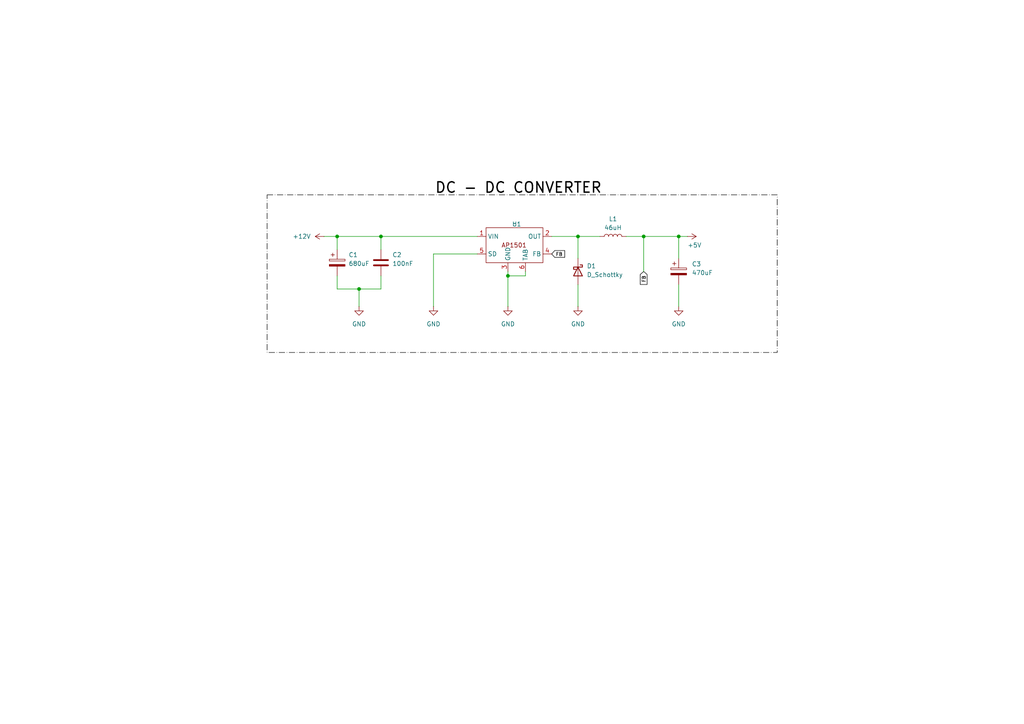
<source format=kicad_sch>
(kicad_sch (version 20231120) (generator "eeschema") (generator_version "8.0")
  (paper "A4")
  (lib_symbols
    (symbol "Device:C" (pin_numbers hide) (pin_names (offset 0.254))
      (property "Reference" "C" (at 0.635 2.54 0))
      (property "Value" "C" (at 0.635 -2.54 0))
      (symbol "C_0_1"
        (polyline (pts (xy -2.032 -0.762) (xy 2.032 -0.762)) (stroke (width 0.508)))
        (polyline (pts (xy -2.032 0.762) (xy 2.032 0.762)) (stroke (width 0.508)))
      )
      (symbol "C_1_1"
        (pin passive line (at 0 3.81 270) (length 2.794) (name "~") (number "1"))
        (pin passive line (at 0 -3.81 90) (length 2.794) (name "~") (number "2"))
      )
    )
    (symbol "Device:C_Polarized" (pin_numbers hide) (pin_names (offset 0.254))
      (property "Reference" "C" (at 0.635 2.54 0))
      (property "Value" "C_Polarized" (at 0.635 -2.54 0))
      (symbol "C_Polarized_0_1"
        (rectangle (start -2.286 0.508) (end 2.286 1.016))
        (polyline (pts (xy -1.778 2.286) (xy -0.762 2.286)))
        (polyline (pts (xy -1.27 2.794) (xy -1.27 1.778)))
        (rectangle (start 2.286 -0.508) (end -2.286 -1.016) (fill (type outline)))
      )
      (symbol "C_Polarized_1_1"
        (pin passive line (at 0 3.81 270) (length 2.794) (name "~") (number "1"))
        (pin passive line (at 0 -3.81 90) (length 2.794) (name "~") (number "2"))
      )
    )
    (symbol "Device:D_Schottky" (pin_numbers hide) (pin_names (offset 1.016) hide)
      (property "Reference" "D" (at 0 2.54 0))
      (property "Value" "D_Schottky" (at 0 -2.54 0))
      (symbol "D_Schottky_0_1"
        (polyline (pts (xy 1.27 0) (xy -1.27 0)))
        (polyline (pts (xy 1.27 1.27) (xy 1.27 -1.27) (xy -1.27 0) (xy 1.27 1.27)) (stroke (width 0.254)))
        (polyline (pts (xy -1.905 0.635) (xy -1.905 1.27) (xy -1.27 1.27) (xy -1.27 -1.27) (xy -0.635 -1.27) (xy -0.635 -0.635)) (stroke (width 0.254)))
      )
      (symbol "D_Schottky_1_1"
        (pin passive line (at -3.81 0 0) (length 2.54) (name "K") (number "1"))
        (pin passive line (at 3.81 0 180) (length 2.54) (name "A") (number "2"))
      )
    )
    (symbol "Device:L" (pin_numbers hide) (pin_names (offset 1.016) hide)
      (property "Reference" "L" (at -1.27 0 90))
      (property "Value" "L" (at 1.905 0 90))
      (symbol "L_0_1"
        (arc (start 0 -2.54) (mid 0.6323 -1.905) (end 0 -1.27))
        (arc (start 0 -1.27) (mid 0.6323 -0.635) (end 0 0))
        (arc (start 0 0) (mid 0.6323 0.635) (end 0 1.27))
        (arc (start 0 1.27) (mid 0.6323 1.905) (end 0 2.54))
      )
      (symbol "L_1_1"
        (pin passive line (at 0 3.81 270) (length 1.27) (name "1") (number "1"))
        (pin passive line (at 0 -3.81 90) (length 1.27) (name "2") (number "2"))
      )
    )
    (symbol "SchrackThingy_library:AP1501"
      (property "Reference" "U?" (at -0.635 7.62 0))
      (property "Value" "~" (at -0.635 6.35 0))
      (symbol "AP1501_0_1"
        (rectangle (start -8.89 5.08) (end 7.62 -5.08))
      )
      (symbol "AP1501_1_1"
        (text "AP1501" (at -0.762 0 0) (effects (font (size 1.27 1.27))))
        (pin input line (at -11.43 2.54 0) (length 2.54) (name "VIN") (number "1"))
        (pin output line (at 10.16 2.54 180) (length 2.54) (name "OUT") (number "2"))
        (pin input line (at -2.54 -7.62 90) (length 2.54) (name "GND") (number "3"))
        (pin input line (at 10.16 -2.54 180) (length 2.54) (name "FB") (number "4"))
        (pin input line (at -11.43 -2.54 0) (length 2.54) (name "SD") (number "5"))
        (pin input line (at 2.54 -7.62 90) (length 2.54) (name "TAB") (number "6"))
      )
    )
    (symbol "power:+12V" (power) (pin_numbers hide) (pin_names (offset 0) hide)
      (property "Value" "+12V" (at 0 3.556 0))
      (symbol "+12V_0_1"
        (polyline (pts (xy -0.762 1.27) (xy 0 2.54)))
        (polyline (pts (xy 0 0) (xy 0 2.54)))
        (polyline (pts (xy 0 2.54) (xy 0.762 1.27)))
      )
      (symbol "+12V_1_1"
        (pin power_in line (at 0 0 90) (length 0) (name "~") (number "1"))
      )
    )
    (symbol "power:+5V" (power) (pin_numbers hide) (pin_names (offset 0) hide)
      (property "Value" "+5V" (at 0 3.556 0))
      (symbol "+5V_0_1"
        (polyline (pts (xy -0.762 1.27) (xy 0 2.54)))
        (polyline (pts (xy 0 0) (xy 0 2.54)))
        (polyline (pts (xy 0 2.54) (xy 0.762 1.27)))
      )
      (symbol "+5V_1_1"
        (pin power_in line (at 0 0 90) (length 0) (name "~") (number "1"))
      )
    )
    (symbol "power:GND" (power) (pin_numbers hide) (pin_names (offset 0) hide)
      (property "Value" "GND" (at 0 -3.81 0))
      (symbol "GND_0_1"
        (polyline (pts (xy 0 0) (xy 0 -1.27) (xy 1.27 -1.27) (xy 0 -2.54) (xy -1.27 -1.27) (xy 0 -1.27)))
      )
      (symbol "GND_1_1"
        (pin power_in line (at 0 0 270) (length 0) (name "~") (number "1"))
      )
    )
  )
  (junction (at 196.85 68.58))
  (junction (at 97.79 68.58))
  (junction (at 104.14 83.82))
  (junction (at 110.49 68.58))
  (junction (at 186.69 68.58))
  (junction (at 147.32 80.01))
  (junction (at 167.64 68.58))
  (wire (pts (xy 147.32 80.01) (xy 147.32 88.9)))
  (wire (pts (xy 125.73 73.66) (xy 125.73 88.9)))
  (wire (pts (xy 199.39 68.58) (xy 196.85 68.58)))
  (wire (pts (xy 104.14 83.82) (xy 104.14 88.9)))
  (wire (pts (xy 186.69 68.58) (xy 181.61 68.58)))
  (wire (pts (xy 110.49 68.58) (xy 110.49 72.39)))
  (wire (pts (xy 196.85 88.9) (xy 196.85 82.55)))
  (wire (pts (xy 110.49 83.82) (xy 104.14 83.82)))
  (wire (pts (xy 97.79 83.82) (xy 97.79 80.01)))
  (wire (pts (xy 196.85 68.58) (xy 186.69 68.58)))
  (wire (pts (xy 152.4 80.01) (xy 152.4 78.74)))
  (wire (pts (xy 167.64 68.58) (xy 173.99 68.58)))
  (wire (pts (xy 97.79 68.58) (xy 110.49 68.58)))
  (wire (pts (xy 125.73 73.66) (xy 138.43 73.66)))
  (wire (pts (xy 147.32 78.74) (xy 147.32 80.01)))
  (wire (pts (xy 110.49 80.01) (xy 110.49 83.82)))
  (wire (pts (xy 110.49 68.58) (xy 138.43 68.58)))
  (wire (pts (xy 167.64 88.9) (xy 167.64 82.55)))
  (wire (pts (xy 147.32 80.01) (xy 152.4 80.01)))
  (wire (pts (xy 196.85 74.93) (xy 196.85 68.58)))
  (wire (pts (xy 93.98 68.58) (xy 97.79 68.58)))
  (wire (pts (xy 186.69 68.58) (xy 186.69 78.74)))
  (wire (pts (xy 104.14 83.82) (xy 97.79 83.82)))
  (wire (pts (xy 97.79 68.58) (xy 97.79 72.39)))
  (wire (pts (xy 167.64 74.93) (xy 167.64 68.58)))
  (wire (pts (xy 160.02 68.58) (xy 167.64 68.58)))
  (rectangle (start 77.47 56.515) (end 225.425 102.235) (stroke (width 0) (type dash_dot) (color 0 0 0 1)))
  (text "DC - DC CONVERTER" (at 150.368 54.61 0) (effects (font (size 3 3) (thickness 0.4) (bold yes))))
  (global_label "FB" (shape input) (at 186.69 78.74 270) (effects (font (size 1 1))) (property "Intersheetrefs" "${INTERSHEET_REFS}" (effects (hide yes))))
  (global_label "FB" (shape input) (at 160.02 73.66 0) (effects (font (size 1 1))) (property "Intersheetrefs" "${INTERSHEET_REFS}" (effects (hide yes))))
  (symbol (lib_id "Device:C") (at 110.49 76.2 0) (unit 1)
    (property "Reference" "C2" (at 113.792 73.914 0) (effects (justify left)))
    (property "Value" "100nF" (at 113.792 76.454 0) (effects (justify left)))
    (property "Footprint" "Capacitor_SMD:C_0805_2012Metric_Pad1.18x1.45mm_HandSolder" (effects (hide yes)))
    (property "Description" "Unpolarized capacitor" (effects (hide yes)))
  )
  (symbol (lib_id "power:GND") (at 104.14 88.9 0) (unit 1)
    (property "Reference" "#PWR011" (effects (hide yes)))
    (property "Value" "GND" (at 104.14 93.98 0))
    (property "Description" "Power symbol creates a global label with name \"GND\" , ground" (effects (hide yes)))
  )
  (symbol (lib_id "power:GND") (at 125.73 88.9 0) (unit 1)
    (property "Reference" "#PWR012" (effects (hide yes)))
    (property "Value" "GND" (at 125.73 93.98 0))
    (property "Description" "Power symbol creates a global label with name \"GND\" , ground" (effects (hide yes)))
  )
  (symbol (lib_id "power:+5V") (at 199.39 68.58 270) (unit 1)
    (property "Reference" "#PWR016" (effects (hide yes)))
    (property "Value" "+5V" (at 199.39 71.12 90) (effects (justify left)))
    (property "Description" "Power symbol creates a global label with name \"+5V\"" (effects (hide yes)))
  )
  (symbol (lib_id "SchrackThingy_library:AP1501") (at 149.86 71.12 0) (unit 1)
    (property "Reference" "U1" (at 149.86 65.024 0))
    (property "Value" "~" (at 149.225 64.77 0))
    (property "Footprint" "Package_TO_SOT_SMD:TO-263-5_TabPin6" (effects (hide yes)))
  )
  (symbol (lib_id "Device:C_Polarized") (at 196.85 78.74 0) (unit 1)
    (property "Reference" "C3" (at 200.66 76.5809 0) (effects (justify left)))
    (property "Value" "470uF" (at 200.66 79.1209 0) (effects (justify left)))
    (property "Footprint" "Capacitor_SMD:CP_Elec_10x12.5" (effects (hide yes)))
    (property "Description" "Polarized capacitor" (effects (hide yes)))
  )
  (symbol (lib_id "Device:C_Polarized") (at 97.79 76.2 0) (unit 1)
    (property "Reference" "C1" (at 101.092 73.914 0) (effects (justify left)))
    (property "Value" "680uF" (at 101.092 76.454 0) (effects (justify left)))
    (property "Footprint" "SchrackThingyV2_library:12.5mm_cap" (effects (hide yes)))
    (property "Description" "Polarized capacitor" (effects (hide yes)))
  )
  (symbol (lib_id "Device:L") (at 177.8 68.58 90) (unit 1)
    (property "Reference" "L1" (at 177.8 63.5 90))
    (property "Value" "46uH" (at 177.8 66.04 90))
    (property "Footprint" "Inductor_SMD:L_12x12mm_H8mm" (effects (hide yes)))
    (property "Description" "Inductor" (effects (hide yes)))
  )
  (symbol (lib_id "Device:D_Schottky") (at 167.64 78.74 270) (unit 1)
    (property "Reference" "D1" (at 170.18 77.1524 90) (effects (justify left)))
    (property "Value" "D_Schottky" (at 170.18 79.6924 90) (effects (justify left)))
    (property "Footprint" "Diode_SMD:D_1206_3216Metric_Pad1.42x1.75mm_HandSolder" (effects (hide yes)))
    (property "Description" "Schottky diode" (effects (hide yes)))
  )
  (symbol (lib_id "power:GND") (at 147.32 88.9 0) (unit 1)
    (property "Reference" "#PWR013" (effects (hide yes)))
    (property "Value" "GND" (at 147.32 93.98 0))
    (property "Description" "Power symbol creates a global label with name \"GND\" , ground" (effects (hide yes)))
  )
  (symbol (lib_id "power:GND") (at 167.64 88.9 0) (unit 1)
    (property "Reference" "#PWR014" (effects (hide yes)))
    (property "Value" "GND" (at 167.64 93.98 0))
    (property "Description" "Power symbol creates a global label with name \"GND\" , ground" (effects (hide yes)))
  )
  (symbol (lib_id "power:+12V") (at 93.98 68.58 90) (unit 1)
    (property "Reference" "#PWR01" (effects (hide yes)))
    (property "Value" "+12V" (at 90.17 68.5799 90) (effects (justify left)))
    (property "Description" "Power symbol creates a global label with name \"+12V\"" (effects (hide yes)))
  )
  (symbol (lib_id "power:GND") (at 196.85 88.9 0) (unit 1)
    (property "Reference" "#PWR015" (effects (hide yes)))
    (property "Value" "GND" (at 196.85 93.98 0))
    (property "Description" "Power symbol creates a global label with name \"GND\" , ground" (effects (hide yes)))
  )
)
</source>
